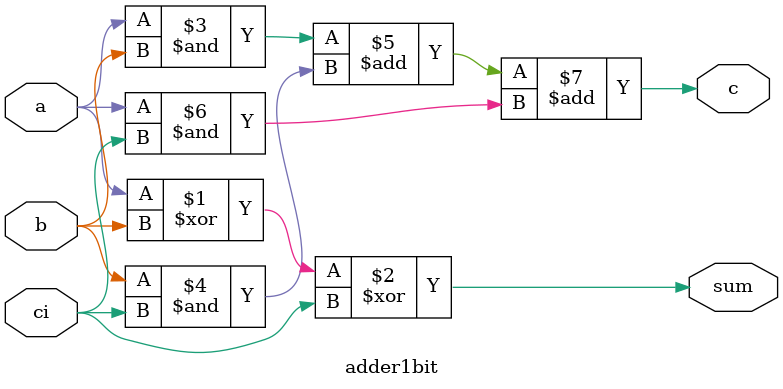
<source format=v>
`timescale 1ns / 1ps
module adder1bit(
input a,
input b,
input ci,
output sum,
output c
    );
assign sum = a^b^ci;
assign c=(a&b)+(b&ci)+(a&ci);
endmodule

</source>
